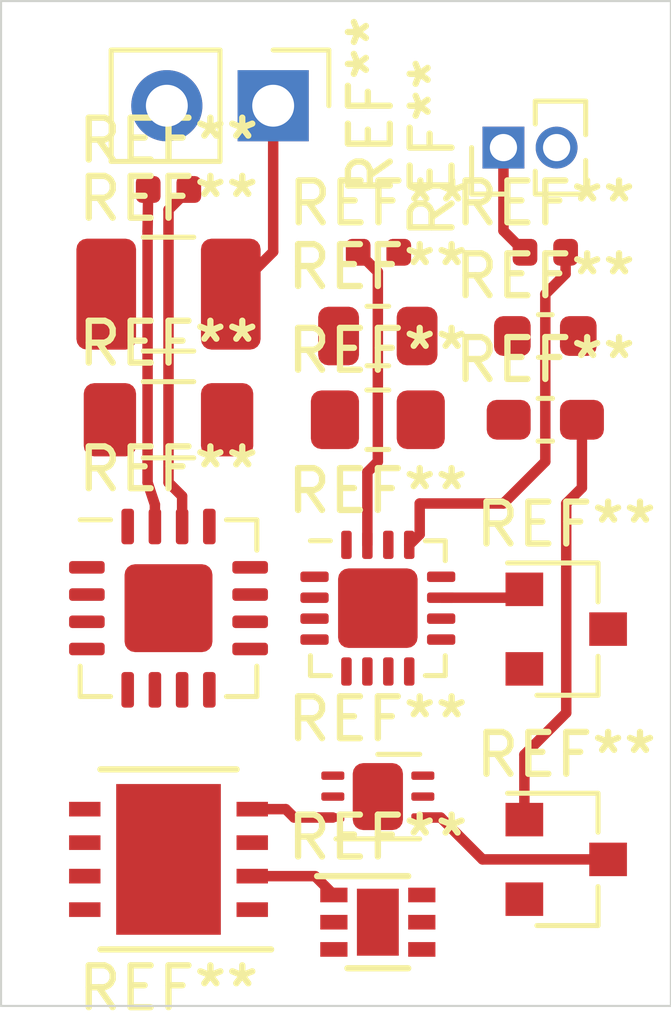
<source format=kicad_pcb>
(kicad_pcb (version 20171130) (host pcbnew 5.1.0)

  (general
    (thickness 1.6)
    (drawings 4)
    (tracks 38)
    (zones 0)
    (modules 18)
    (nets 1)
  )

  (page A4)
  (layers
    (0 F.Cu signal)
    (31 B.Cu signal)
    (32 B.Adhes user)
    (33 F.Adhes user)
    (34 B.Paste user)
    (35 F.Paste user)
    (36 B.SilkS user)
    (37 F.SilkS user)
    (38 B.Mask user)
    (39 F.Mask user)
    (40 Dwgs.User user)
    (41 Cmts.User user)
    (42 Eco1.User user)
    (43 Eco2.User user)
    (44 Edge.Cuts user)
    (45 Margin user)
    (46 B.CrtYd user)
    (47 F.CrtYd user)
    (48 B.Fab user)
    (49 F.Fab user hide)
  )

  (setup
    (last_trace_width 0.25)
    (trace_clearance 0.2)
    (zone_clearance 0.508)
    (zone_45_only no)
    (trace_min 0.2)
    (via_size 0.8)
    (via_drill 0.4)
    (via_min_size 0.4)
    (via_min_drill 0.3)
    (uvia_size 0.3)
    (uvia_drill 0.1)
    (uvias_allowed no)
    (uvia_min_size 0.2)
    (uvia_min_drill 0.1)
    (edge_width 0.05)
    (segment_width 0.2)
    (pcb_text_width 0.3)
    (pcb_text_size 1.5 1.5)
    (mod_edge_width 0.12)
    (mod_text_size 1 1)
    (mod_text_width 0.15)
    (pad_size 1.524 1.524)
    (pad_drill 0.762)
    (pad_to_mask_clearance 0.051)
    (solder_mask_min_width 0.25)
    (aux_axis_origin 0 0)
    (grid_origin 34 59)
    (visible_elements FFFFFF7F)
    (pcbplotparams
      (layerselection 0x010fc_ffffffff)
      (usegerberextensions false)
      (usegerberattributes false)
      (usegerberadvancedattributes false)
      (creategerberjobfile false)
      (excludeedgelayer true)
      (linewidth 0.100000)
      (plotframeref false)
      (viasonmask false)
      (mode 1)
      (useauxorigin false)
      (hpglpennumber 1)
      (hpglpenspeed 20)
      (hpglpendiameter 15.000000)
      (psnegative false)
      (psa4output false)
      (plotreference true)
      (plotvalue true)
      (plotinvisibletext false)
      (padsonsilk false)
      (subtractmaskfromsilk false)
      (outputformat 3)
      (mirror false)
      (drillshape 0)
      (scaleselection 1)
      (outputdirectory "out"))
  )

  (net 0 "")

  (net_class Default "This is the default net class."
    (clearance 0.2)
    (trace_width 0.25)
    (via_dia 0.8)
    (via_drill 0.4)
    (uvia_dia 0.3)
    (uvia_drill 0.1)
  )

  (module Package_TO_SOT_SMD:SOT-23 (layer F.Cu) (tedit 5A02FF57) (tstamp 5CB1B7A3)
    (at 47.5 55.5)
    (descr "SOT-23, Standard")
    (tags SOT-23)
    (attr smd)
    (fp_text reference REF** (at 0 -2.5) (layer F.SilkS)
      (effects (font (size 1 1) (thickness 0.15)))
    )
    (fp_text value SOT-23 (at 0 2.5) (layer F.Fab)
      (effects (font (size 1 1) (thickness 0.15)))
    )
    (fp_text user %R (at 0 0 90) (layer F.Fab)
      (effects (font (size 0.5 0.5) (thickness 0.075)))
    )
    (fp_line (start -0.7 -0.95) (end -0.7 1.5) (layer F.Fab) (width 0.1))
    (fp_line (start -0.15 -1.52) (end 0.7 -1.52) (layer F.Fab) (width 0.1))
    (fp_line (start -0.7 -0.95) (end -0.15 -1.52) (layer F.Fab) (width 0.1))
    (fp_line (start 0.7 -1.52) (end 0.7 1.52) (layer F.Fab) (width 0.1))
    (fp_line (start -0.7 1.52) (end 0.7 1.52) (layer F.Fab) (width 0.1))
    (fp_line (start 0.76 1.58) (end 0.76 0.65) (layer F.SilkS) (width 0.12))
    (fp_line (start 0.76 -1.58) (end 0.76 -0.65) (layer F.SilkS) (width 0.12))
    (fp_line (start -1.7 -1.75) (end 1.7 -1.75) (layer F.CrtYd) (width 0.05))
    (fp_line (start 1.7 -1.75) (end 1.7 1.75) (layer F.CrtYd) (width 0.05))
    (fp_line (start 1.7 1.75) (end -1.7 1.75) (layer F.CrtYd) (width 0.05))
    (fp_line (start -1.7 1.75) (end -1.7 -1.75) (layer F.CrtYd) (width 0.05))
    (fp_line (start 0.76 -1.58) (end -1.4 -1.58) (layer F.SilkS) (width 0.12))
    (fp_line (start 0.76 1.58) (end -0.7 1.58) (layer F.SilkS) (width 0.12))
    (pad 1 smd rect (at -1 -0.95) (size 0.9 0.8) (layers F.Cu F.Paste F.Mask))
    (pad 2 smd rect (at -1 0.95) (size 0.9 0.8) (layers F.Cu F.Paste F.Mask))
    (pad 3 smd rect (at 1 0) (size 0.9 0.8) (layers F.Cu F.Paste F.Mask))
    (model ${KISYS3DMOD}/Package_TO_SOT_SMD.3dshapes/SOT-23.wrl
      (at (xyz 0 0 0))
      (scale (xyz 1 1 1))
      (rotate (xyz 0 0 0))
    )
  )

  (module Capacitor_SMD:C_0402_1005Metric (layer F.Cu) (tedit 5B301BBE) (tstamp 5CB1B768)
    (at 38 39.5)
    (descr "Capacitor SMD 0402 (1005 Metric), square (rectangular) end terminal, IPC_7351 nominal, (Body size source: http://www.tortai-tech.com/upload/download/2011102023233369053.pdf), generated with kicad-footprint-generator")
    (tags capacitor)
    (attr smd)
    (fp_text reference REF** (at 0 -1.17) (layer F.SilkS)
      (effects (font (size 1 1) (thickness 0.15)))
    )
    (fp_text value C_0402_1005Metric (at 0 1.17) (layer F.Fab)
      (effects (font (size 1 1) (thickness 0.15)))
    )
    (fp_text user %R (at 0 0) (layer F.Fab)
      (effects (font (size 0.25 0.25) (thickness 0.04)))
    )
    (fp_line (start 0.93 0.47) (end -0.93 0.47) (layer F.CrtYd) (width 0.05))
    (fp_line (start 0.93 -0.47) (end 0.93 0.47) (layer F.CrtYd) (width 0.05))
    (fp_line (start -0.93 -0.47) (end 0.93 -0.47) (layer F.CrtYd) (width 0.05))
    (fp_line (start -0.93 0.47) (end -0.93 -0.47) (layer F.CrtYd) (width 0.05))
    (fp_line (start 0.5 0.25) (end -0.5 0.25) (layer F.Fab) (width 0.1))
    (fp_line (start 0.5 -0.25) (end 0.5 0.25) (layer F.Fab) (width 0.1))
    (fp_line (start -0.5 -0.25) (end 0.5 -0.25) (layer F.Fab) (width 0.1))
    (fp_line (start -0.5 0.25) (end -0.5 -0.25) (layer F.Fab) (width 0.1))
    (pad 2 smd roundrect (at 0.485 0) (size 0.59 0.64) (layers F.Cu F.Paste F.Mask) (roundrect_rratio 0.25))
    (pad 1 smd roundrect (at -0.485 0) (size 0.59 0.64) (layers F.Cu F.Paste F.Mask) (roundrect_rratio 0.25))
    (model ${KISYS3DMOD}/Capacitor_SMD.3dshapes/C_0402_1005Metric.wrl
      (at (xyz 0 0 0))
      (scale (xyz 1 1 1))
      (rotate (xyz 0 0 0))
    )
  )

  (module Capacitor_SMD:C_0402_1005Metric (layer F.Cu) (tedit 5B301BBE) (tstamp 5CB1B74C)
    (at 43.015 41)
    (descr "Capacitor SMD 0402 (1005 Metric), square (rectangular) end terminal, IPC_7351 nominal, (Body size source: http://www.tortai-tech.com/upload/download/2011102023233369053.pdf), generated with kicad-footprint-generator")
    (tags capacitor)
    (attr smd)
    (fp_text reference REF** (at 0 -1.17) (layer F.SilkS)
      (effects (font (size 1 1) (thickness 0.15)))
    )
    (fp_text value C_0402_1005Metric (at 0 1.17) (layer F.Fab)
      (effects (font (size 1 1) (thickness 0.15)))
    )
    (fp_line (start -0.5 0.25) (end -0.5 -0.25) (layer F.Fab) (width 0.1))
    (fp_line (start -0.5 -0.25) (end 0.5 -0.25) (layer F.Fab) (width 0.1))
    (fp_line (start 0.5 -0.25) (end 0.5 0.25) (layer F.Fab) (width 0.1))
    (fp_line (start 0.5 0.25) (end -0.5 0.25) (layer F.Fab) (width 0.1))
    (fp_line (start -0.93 0.47) (end -0.93 -0.47) (layer F.CrtYd) (width 0.05))
    (fp_line (start -0.93 -0.47) (end 0.93 -0.47) (layer F.CrtYd) (width 0.05))
    (fp_line (start 0.93 -0.47) (end 0.93 0.47) (layer F.CrtYd) (width 0.05))
    (fp_line (start 0.93 0.47) (end -0.93 0.47) (layer F.CrtYd) (width 0.05))
    (fp_text user %R (at 0 0) (layer F.Fab)
      (effects (font (size 0.25 0.25) (thickness 0.04)))
    )
    (pad 1 smd roundrect (at -0.485 0) (size 0.59 0.64) (layers F.Cu F.Paste F.Mask) (roundrect_rratio 0.25))
    (pad 2 smd roundrect (at 0.485 0) (size 0.59 0.64) (layers F.Cu F.Paste F.Mask) (roundrect_rratio 0.25))
    (model ${KISYS3DMOD}/Capacitor_SMD.3dshapes/C_0402_1005Metric.wrl
      (at (xyz 0 0 0))
      (scale (xyz 1 1 1))
      (rotate (xyz 0 0 0))
    )
  )

  (module Connector_PinHeader_1.27mm:PinHeader_1x02_P1.27mm_Vertical (layer F.Cu) (tedit 59FED6E3) (tstamp 5CADC2C5)
    (at 46 38.5 90)
    (descr "Through hole straight pin header, 1x02, 1.27mm pitch, single row")
    (tags "Through hole pin header THT 1x02 1.27mm single row")
    (fp_text reference REF** (at 0 -1.695 90) (layer F.SilkS)
      (effects (font (size 1 1) (thickness 0.15)))
    )
    (fp_text value PinHeader_1x02_P1.27mm_Vertical (at 0 2.965 90) (layer F.Fab)
      (effects (font (size 1 1) (thickness 0.15)))
    )
    (fp_text user %R (at 0 0.635 180) (layer F.Fab)
      (effects (font (size 1 1) (thickness 0.15)))
    )
    (fp_line (start 1.55 -1.15) (end -1.55 -1.15) (layer F.CrtYd) (width 0.05))
    (fp_line (start 1.55 2.45) (end 1.55 -1.15) (layer F.CrtYd) (width 0.05))
    (fp_line (start -1.55 2.45) (end 1.55 2.45) (layer F.CrtYd) (width 0.05))
    (fp_line (start -1.55 -1.15) (end -1.55 2.45) (layer F.CrtYd) (width 0.05))
    (fp_line (start -1.11 -0.76) (end 0 -0.76) (layer F.SilkS) (width 0.12))
    (fp_line (start -1.11 0) (end -1.11 -0.76) (layer F.SilkS) (width 0.12))
    (fp_line (start 0.563471 0.76) (end 1.11 0.76) (layer F.SilkS) (width 0.12))
    (fp_line (start -1.11 0.76) (end -0.563471 0.76) (layer F.SilkS) (width 0.12))
    (fp_line (start 1.11 0.76) (end 1.11 1.965) (layer F.SilkS) (width 0.12))
    (fp_line (start -1.11 0.76) (end -1.11 1.965) (layer F.SilkS) (width 0.12))
    (fp_line (start 0.30753 1.965) (end 1.11 1.965) (layer F.SilkS) (width 0.12))
    (fp_line (start -1.11 1.965) (end -0.30753 1.965) (layer F.SilkS) (width 0.12))
    (fp_line (start -1.05 -0.11) (end -0.525 -0.635) (layer F.Fab) (width 0.1))
    (fp_line (start -1.05 1.905) (end -1.05 -0.11) (layer F.Fab) (width 0.1))
    (fp_line (start 1.05 1.905) (end -1.05 1.905) (layer F.Fab) (width 0.1))
    (fp_line (start 1.05 -0.635) (end 1.05 1.905) (layer F.Fab) (width 0.1))
    (fp_line (start -0.525 -0.635) (end 1.05 -0.635) (layer F.Fab) (width 0.1))
    (pad 2 thru_hole oval (at 0 1.27 90) (size 1 1) (drill 0.65) (layers *.Cu *.Mask))
    (pad 1 thru_hole rect (at 0 0 90) (size 1 1) (drill 0.65) (layers *.Cu *.Mask))
    (model ${KISYS3DMOD}/Connector_PinHeader_1.27mm.3dshapes/PinHeader_1x02_P1.27mm_Vertical.wrl
      (at (xyz 0 0 0))
      (scale (xyz 1 1 1))
      (rotate (xyz 0 0 0))
    )
  )

  (module Package_DFN_QFN:DFN-6-1EP_2x2mm_P0.65mm_EP1x1.6mm (layer F.Cu) (tedit 5A64E13E) (tstamp 5CADC30B)
    (at 43 57)
    (descr "6-Lead Plastic Dual Flat, No Lead Package (MA) - 2x2x0.9 mm Body [DFN] (see Microchip Packaging Specification 00000049BS.pdf)")
    (tags "DFN 0.65")
    (attr smd)
    (fp_text reference REF** (at 0 -2.025) (layer F.SilkS)
      (effects (font (size 1 1) (thickness 0.15)))
    )
    (fp_text value DFN-6-1EP_2x2mm_P0.65mm_EP1x1.6mm (at 0 2.025) (layer F.Fab)
      (effects (font (size 1 1) (thickness 0.15)))
    )
    (fp_line (start -1.45 -1.1) (end 0.725 -1.1) (layer F.SilkS) (width 0.15))
    (fp_line (start -0.725 1.1) (end 0.725 1.1) (layer F.SilkS) (width 0.15))
    (fp_line (start -1.65 1.25) (end 1.65 1.25) (layer F.CrtYd) (width 0.05))
    (fp_line (start -1.65 -1.25) (end 1.65 -1.25) (layer F.CrtYd) (width 0.05))
    (fp_line (start 1.65 -1.25) (end 1.65 1.25) (layer F.CrtYd) (width 0.05))
    (fp_line (start -1.65 -1.25) (end -1.65 1.25) (layer F.CrtYd) (width 0.05))
    (fp_line (start -1 0) (end 0 -1) (layer F.Fab) (width 0.15))
    (fp_line (start -1 1) (end -1 0) (layer F.Fab) (width 0.15))
    (fp_line (start 1 1) (end -1 1) (layer F.Fab) (width 0.15))
    (fp_line (start 1 -1) (end 1 1) (layer F.Fab) (width 0.15))
    (fp_line (start 0 -1) (end 1 -1) (layer F.Fab) (width 0.15))
    (fp_text user %R (at 0 0) (layer F.Fab)
      (effects (font (size 0.5 0.5) (thickness 0.075)))
    )
    (pad "" smd rect (at 0 0.4) (size 0.82 0.63) (layers F.Paste))
    (pad "" smd rect (at 0 -0.4) (size 0.82 0.63) (layers F.Paste))
    (pad 7 smd rect (at 0 0) (size 1 1.6) (layers F.Cu F.Mask))
    (pad 6 smd rect (at 1.05 -0.65) (size 0.65 0.35) (layers F.Cu F.Paste F.Mask))
    (pad 5 smd rect (at 1.05 0) (size 0.65 0.35) (layers F.Cu F.Paste F.Mask))
    (pad 4 smd rect (at 1.05 0.65) (size 0.65 0.35) (layers F.Cu F.Paste F.Mask))
    (pad 3 smd rect (at -1.05 0.65) (size 0.65 0.35) (layers F.Cu F.Paste F.Mask))
    (pad 2 smd rect (at -1.05 0) (size 0.65 0.35) (layers F.Cu F.Paste F.Mask))
    (pad 1 smd rect (at -1.05 -0.65) (size 0.65 0.35) (layers F.Cu F.Paste F.Mask))
    (model ${KISYS3DMOD}/Package_DFN_QFN.3dshapes/DFN-6-1EP_2x2mm_P0.65mm_EP1x1.6mm.wrl
      (at (xyz 0 0 0))
      (scale (xyz 1 1 1))
      (rotate (xyz 0 0 0))
    )
  )

  (module Package_DFN_QFN:DFN-6-1EP_2x1.8mm_P0.5mm_EP1.2x1.6mm (layer F.Cu) (tedit 5B5AED80) (tstamp 5CADC3E8)
    (at 43 54)
    (descr "DFN, 6 Pin (https://www.diodes.com/assets/Package-Files/U-DFN2018-6.pdf), generated with kicad-footprint-generator ipc_dfn_qfn_generator.py")
    (tags "DFN DFN_QFN")
    (attr smd)
    (fp_text reference REF** (at 0 -1.85) (layer F.SilkS)
      (effects (font (size 1 1) (thickness 0.15)))
    )
    (fp_text value DFN-6-1EP_2x1.8mm_P0.5mm_EP1.2x1.6mm (at 0 1.85) (layer F.Fab)
      (effects (font (size 1 1) (thickness 0.15)))
    )
    (fp_text user %R (at 0 0) (layer F.Fab)
      (effects (font (size 0.5 0.5) (thickness 0.08)))
    )
    (fp_line (start 1.6 -1.15) (end -1.6 -1.15) (layer F.CrtYd) (width 0.05))
    (fp_line (start 1.6 1.15) (end 1.6 -1.15) (layer F.CrtYd) (width 0.05))
    (fp_line (start -1.6 1.15) (end 1.6 1.15) (layer F.CrtYd) (width 0.05))
    (fp_line (start -1.6 -1.15) (end -1.6 1.15) (layer F.CrtYd) (width 0.05))
    (fp_line (start -1 -0.4) (end -0.5 -0.9) (layer F.Fab) (width 0.1))
    (fp_line (start -1 0.9) (end -1 -0.4) (layer F.Fab) (width 0.1))
    (fp_line (start 1 0.9) (end -1 0.9) (layer F.Fab) (width 0.1))
    (fp_line (start 1 -0.9) (end 1 0.9) (layer F.Fab) (width 0.1))
    (fp_line (start -0.5 -0.9) (end 1 -0.9) (layer F.Fab) (width 0.1))
    (fp_line (start -1 1.01) (end 1 1.01) (layer F.SilkS) (width 0.12))
    (fp_line (start 0 -1.01) (end 1 -1.01) (layer F.SilkS) (width 0.12))
    (pad 6 smd roundrect (at 1.075 -0.5) (size 0.55 0.2) (layers F.Cu F.Paste F.Mask) (roundrect_rratio 0.25))
    (pad 5 smd roundrect (at 1.075 0) (size 0.55 0.2) (layers F.Cu F.Paste F.Mask) (roundrect_rratio 0.25))
    (pad 4 smd roundrect (at 1.075 0.5) (size 0.55 0.2) (layers F.Cu F.Paste F.Mask) (roundrect_rratio 0.25))
    (pad 3 smd roundrect (at -1.075 0.5) (size 0.55 0.2) (layers F.Cu F.Paste F.Mask) (roundrect_rratio 0.25))
    (pad 2 smd roundrect (at -1.075 0) (size 0.55 0.2) (layers F.Cu F.Paste F.Mask) (roundrect_rratio 0.25))
    (pad 1 smd roundrect (at -1.075 -0.5) (size 0.55 0.2) (layers F.Cu F.Paste F.Mask) (roundrect_rratio 0.25))
    (pad "" smd roundrect (at 0.3 0.4) (size 0.48 0.64) (layers F.Paste) (roundrect_rratio 0.25))
    (pad "" smd roundrect (at 0.3 -0.4) (size 0.48 0.64) (layers F.Paste) (roundrect_rratio 0.25))
    (pad "" smd roundrect (at -0.3 0.4) (size 0.48 0.64) (layers F.Paste) (roundrect_rratio 0.25))
    (pad "" smd roundrect (at -0.3 -0.4) (size 0.48 0.64) (layers F.Paste) (roundrect_rratio 0.25))
    (pad 7 smd roundrect (at 0 0) (size 1.2 1.6) (layers F.Cu F.Mask) (roundrect_rratio 0.208333))
    (model ${KISYS3DMOD}/Package_DFN_QFN.3dshapes/DFN-6-1EP_2x1.8mm_P0.5mm_EP1.2x1.6mm.wrl
      (at (xyz 0 0 0))
      (scale (xyz 1 1 1))
      (rotate (xyz 0 0 0))
    )
  )

  (module Package_DFN_QFN:DFN-8-1EP_4x4mm_P0.8mm_EP2.5x3.6mm (layer F.Cu) (tedit 5A64EB23) (tstamp 5CADC46A)
    (at 38 55.5 180)
    (descr "8-Lead Plastic Dual Flat, No Lead Package (MD) - 4x4x0.9 mm Body [DFN] (see Microchip Packaging Specification 00000049BS.pdf)")
    (tags "DFN 0.8")
    (attr smd)
    (fp_text reference REF** (at 0 -3.075 180) (layer F.SilkS)
      (effects (font (size 1 1) (thickness 0.15)))
    )
    (fp_text value DFN-8-1EP_4x4mm_P0.8mm_EP2.5x3.6mm (at 0 3.075 180) (layer F.Fab)
      (effects (font (size 1 1) (thickness 0.15)))
    )
    (fp_text user %R (at 0 0 180) (layer F.Fab)
      (effects (font (size 1 1) (thickness 0.15)))
    )
    (fp_line (start -1 -2) (end 2 -2) (layer F.Fab) (width 0.15))
    (fp_line (start 2 -2) (end 2 2) (layer F.Fab) (width 0.15))
    (fp_line (start 2 2) (end -2 2) (layer F.Fab) (width 0.15))
    (fp_line (start -2 2) (end -2 -1) (layer F.Fab) (width 0.15))
    (fp_line (start -2 -1) (end -1 -2) (layer F.Fab) (width 0.15))
    (fp_line (start -2.65 -2.35) (end -2.65 2.35) (layer F.CrtYd) (width 0.05))
    (fp_line (start 2.65 -2.35) (end 2.65 2.35) (layer F.CrtYd) (width 0.05))
    (fp_line (start -2.65 -2.35) (end 2.65 -2.35) (layer F.CrtYd) (width 0.05))
    (fp_line (start -2.65 2.35) (end 2.65 2.35) (layer F.CrtYd) (width 0.05))
    (fp_line (start -1.625 2.15) (end 1.625 2.15) (layer F.SilkS) (width 0.15))
    (fp_line (start -2.45 -2.15) (end 1.625 -2.15) (layer F.SilkS) (width 0.15))
    (pad 1 smd rect (at -2 -1.2 180) (size 0.75 0.35) (layers F.Cu F.Paste F.Mask))
    (pad 2 smd rect (at -2 -0.4 180) (size 0.75 0.35) (layers F.Cu F.Paste F.Mask))
    (pad 3 smd rect (at -2 0.4 180) (size 0.75 0.35) (layers F.Cu F.Paste F.Mask))
    (pad 4 smd rect (at -2 1.2 180) (size 0.75 0.35) (layers F.Cu F.Paste F.Mask))
    (pad 5 smd rect (at 2 1.2 180) (size 0.75 0.35) (layers F.Cu F.Paste F.Mask))
    (pad 6 smd rect (at 2 0.4 180) (size 0.75 0.35) (layers F.Cu F.Paste F.Mask))
    (pad 7 smd rect (at 2 -0.4 180) (size 0.75 0.35) (layers F.Cu F.Paste F.Mask))
    (pad 8 smd rect (at 2 -1.2 180) (size 0.75 0.35) (layers F.Cu F.Paste F.Mask))
    (pad "" smd rect (at -0.625 -1.2 180) (size 1 1) (layers F.Paste))
    (pad 9 smd rect (at 0 0 180) (size 2.5 3.6) (layers F.Cu F.Mask))
    (pad "" smd rect (at 0.625 -1.2 180) (size 1 1) (layers F.Paste))
    (pad "" smd rect (at 0.625 0 180) (size 1 1) (layers F.Paste))
    (pad "" smd rect (at -0.625 0 180) (size 1 1) (layers F.Paste))
    (pad "" smd rect (at 0.625 1.2 180) (size 1 1) (layers F.Paste))
    (pad "" smd rect (at -0.625 1.2 180) (size 1 1) (layers F.Paste))
    (model ${KISYS3DMOD}/Package_DFN_QFN.3dshapes/DFN-8-1EP_4x4mm_P0.8mm_EP2.5x3.6mm.wrl
      (at (xyz 0 0 0))
      (scale (xyz 1 1 1))
      (rotate (xyz 0 0 0))
    )
  )

  (module Package_DFN_QFN:QFN-16-1EP_3x3mm_P0.5mm_EP1.9x1.9mm (layer F.Cu) (tedit 5C1D3A87) (tstamp 5CADC52F)
    (at 43 49.5)
    (descr "QFN, 16 Pin (https://www.nxp.com/docs/en/package-information/98ASA00525D.pdf), generated with kicad-footprint-generator ipc_dfn_qfn_generator.py")
    (tags "QFN DFN_QFN")
    (attr smd)
    (fp_text reference REF** (at 0 -2.8) (layer F.SilkS)
      (effects (font (size 1 1) (thickness 0.15)))
    )
    (fp_text value QFN-16-1EP_3x3mm_P0.5mm_EP1.9x1.9mm (at 0 2.8) (layer F.Fab)
      (effects (font (size 1 1) (thickness 0.15)))
    )
    (fp_text user %R (at 0 0) (layer F.Fab)
      (effects (font (size 0.75 0.75) (thickness 0.11)))
    )
    (fp_line (start 2.1 -2.1) (end -2.1 -2.1) (layer F.CrtYd) (width 0.05))
    (fp_line (start 2.1 2.1) (end 2.1 -2.1) (layer F.CrtYd) (width 0.05))
    (fp_line (start -2.1 2.1) (end 2.1 2.1) (layer F.CrtYd) (width 0.05))
    (fp_line (start -2.1 -2.1) (end -2.1 2.1) (layer F.CrtYd) (width 0.05))
    (fp_line (start -1.5 -0.75) (end -0.75 -1.5) (layer F.Fab) (width 0.1))
    (fp_line (start -1.5 1.5) (end -1.5 -0.75) (layer F.Fab) (width 0.1))
    (fp_line (start 1.5 1.5) (end -1.5 1.5) (layer F.Fab) (width 0.1))
    (fp_line (start 1.5 -1.5) (end 1.5 1.5) (layer F.Fab) (width 0.1))
    (fp_line (start -0.75 -1.5) (end 1.5 -1.5) (layer F.Fab) (width 0.1))
    (fp_line (start -1.135 -1.61) (end -1.61 -1.61) (layer F.SilkS) (width 0.12))
    (fp_line (start 1.61 1.61) (end 1.61 1.135) (layer F.SilkS) (width 0.12))
    (fp_line (start 1.135 1.61) (end 1.61 1.61) (layer F.SilkS) (width 0.12))
    (fp_line (start -1.61 1.61) (end -1.61 1.135) (layer F.SilkS) (width 0.12))
    (fp_line (start -1.135 1.61) (end -1.61 1.61) (layer F.SilkS) (width 0.12))
    (fp_line (start 1.61 -1.61) (end 1.61 -1.135) (layer F.SilkS) (width 0.12))
    (fp_line (start 1.135 -1.61) (end 1.61 -1.61) (layer F.SilkS) (width 0.12))
    (pad 16 smd roundrect (at -0.75 -1.5125) (size 0.25 0.675) (layers F.Cu F.Paste F.Mask) (roundrect_rratio 0.25))
    (pad 15 smd roundrect (at -0.25 -1.5125) (size 0.25 0.675) (layers F.Cu F.Paste F.Mask) (roundrect_rratio 0.25))
    (pad 14 smd roundrect (at 0.25 -1.5125) (size 0.25 0.675) (layers F.Cu F.Paste F.Mask) (roundrect_rratio 0.25))
    (pad 13 smd roundrect (at 0.75 -1.5125) (size 0.25 0.675) (layers F.Cu F.Paste F.Mask) (roundrect_rratio 0.25))
    (pad 12 smd roundrect (at 1.5125 -0.75) (size 0.675 0.25) (layers F.Cu F.Paste F.Mask) (roundrect_rratio 0.25))
    (pad 11 smd roundrect (at 1.5125 -0.25) (size 0.675 0.25) (layers F.Cu F.Paste F.Mask) (roundrect_rratio 0.25))
    (pad 10 smd roundrect (at 1.5125 0.25) (size 0.675 0.25) (layers F.Cu F.Paste F.Mask) (roundrect_rratio 0.25))
    (pad 9 smd roundrect (at 1.5125 0.75) (size 0.675 0.25) (layers F.Cu F.Paste F.Mask) (roundrect_rratio 0.25))
    (pad 8 smd roundrect (at 0.75 1.5125) (size 0.25 0.675) (layers F.Cu F.Paste F.Mask) (roundrect_rratio 0.25))
    (pad 7 smd roundrect (at 0.25 1.5125) (size 0.25 0.675) (layers F.Cu F.Paste F.Mask) (roundrect_rratio 0.25))
    (pad 6 smd roundrect (at -0.25 1.5125) (size 0.25 0.675) (layers F.Cu F.Paste F.Mask) (roundrect_rratio 0.25))
    (pad 5 smd roundrect (at -0.75 1.5125) (size 0.25 0.675) (layers F.Cu F.Paste F.Mask) (roundrect_rratio 0.25))
    (pad 4 smd roundrect (at -1.5125 0.75) (size 0.675 0.25) (layers F.Cu F.Paste F.Mask) (roundrect_rratio 0.25))
    (pad 3 smd roundrect (at -1.5125 0.25) (size 0.675 0.25) (layers F.Cu F.Paste F.Mask) (roundrect_rratio 0.25))
    (pad 2 smd roundrect (at -1.5125 -0.25) (size 0.675 0.25) (layers F.Cu F.Paste F.Mask) (roundrect_rratio 0.25))
    (pad 1 smd roundrect (at -1.5125 -0.75) (size 0.675 0.25) (layers F.Cu F.Paste F.Mask) (roundrect_rratio 0.25))
    (pad "" smd roundrect (at 0.475 0.475) (size 0.77 0.77) (layers F.Paste) (roundrect_rratio 0.25))
    (pad "" smd roundrect (at 0.475 -0.475) (size 0.77 0.77) (layers F.Paste) (roundrect_rratio 0.25))
    (pad "" smd roundrect (at -0.475 0.475) (size 0.77 0.77) (layers F.Paste) (roundrect_rratio 0.25))
    (pad "" smd roundrect (at -0.475 -0.475) (size 0.77 0.77) (layers F.Paste) (roundrect_rratio 0.25))
    (pad 17 smd roundrect (at 0 0) (size 1.9 1.9) (layers F.Cu F.Mask) (roundrect_rratio 0.131579))
    (model ${KISYS3DMOD}/Package_DFN_QFN.3dshapes/QFN-16-1EP_3x3mm_P0.5mm_EP1.9x1.9mm.wrl
      (at (xyz 0 0 0))
      (scale (xyz 1 1 1))
      (rotate (xyz 0 0 0))
    )
  )

  (module Package_DFN_QFN:QFN-16-1EP_4x4mm_P0.65mm_EP2.1x2.1mm (layer F.Cu) (tedit 5BA3C3DC) (tstamp 5CADC670)
    (at 38 49.5)
    (descr "QFN, 16 Pin (http://www.thatcorp.com/datashts/THAT_1580_Datasheet.pdf), generated with kicad-footprint-generator ipc_dfn_qfn_generator.py")
    (tags "QFN DFN_QFN")
    (attr smd)
    (fp_text reference REF** (at 0 -3.32) (layer F.SilkS)
      (effects (font (size 1 1) (thickness 0.15)))
    )
    (fp_text value QFN-16-1EP_4x4mm_P0.65mm_EP2.1x2.1mm (at 0 3.32) (layer F.Fab)
      (effects (font (size 1 1) (thickness 0.15)))
    )
    (fp_text user %R (at 0 0) (layer F.Fab)
      (effects (font (size 1 1) (thickness 0.15)))
    )
    (fp_line (start 2.62 -2.62) (end -2.62 -2.62) (layer F.CrtYd) (width 0.05))
    (fp_line (start 2.62 2.62) (end 2.62 -2.62) (layer F.CrtYd) (width 0.05))
    (fp_line (start -2.62 2.62) (end 2.62 2.62) (layer F.CrtYd) (width 0.05))
    (fp_line (start -2.62 -2.62) (end -2.62 2.62) (layer F.CrtYd) (width 0.05))
    (fp_line (start -2 -1) (end -1 -2) (layer F.Fab) (width 0.1))
    (fp_line (start -2 2) (end -2 -1) (layer F.Fab) (width 0.1))
    (fp_line (start 2 2) (end -2 2) (layer F.Fab) (width 0.1))
    (fp_line (start 2 -2) (end 2 2) (layer F.Fab) (width 0.1))
    (fp_line (start -1 -2) (end 2 -2) (layer F.Fab) (width 0.1))
    (fp_line (start -1.385 -2.11) (end -2.11 -2.11) (layer F.SilkS) (width 0.12))
    (fp_line (start 2.11 2.11) (end 2.11 1.385) (layer F.SilkS) (width 0.12))
    (fp_line (start 1.385 2.11) (end 2.11 2.11) (layer F.SilkS) (width 0.12))
    (fp_line (start -2.11 2.11) (end -2.11 1.385) (layer F.SilkS) (width 0.12))
    (fp_line (start -1.385 2.11) (end -2.11 2.11) (layer F.SilkS) (width 0.12))
    (fp_line (start 2.11 -2.11) (end 2.11 -1.385) (layer F.SilkS) (width 0.12))
    (fp_line (start 1.385 -2.11) (end 2.11 -2.11) (layer F.SilkS) (width 0.12))
    (pad 16 smd roundrect (at -0.975 -1.95) (size 0.3 0.85) (layers F.Cu F.Paste F.Mask) (roundrect_rratio 0.25))
    (pad 15 smd roundrect (at -0.325 -1.95) (size 0.3 0.85) (layers F.Cu F.Paste F.Mask) (roundrect_rratio 0.25))
    (pad 14 smd roundrect (at 0.325 -1.95) (size 0.3 0.85) (layers F.Cu F.Paste F.Mask) (roundrect_rratio 0.25))
    (pad 13 smd roundrect (at 0.975 -1.95) (size 0.3 0.85) (layers F.Cu F.Paste F.Mask) (roundrect_rratio 0.25))
    (pad 12 smd roundrect (at 1.95 -0.975) (size 0.85 0.3) (layers F.Cu F.Paste F.Mask) (roundrect_rratio 0.25))
    (pad 11 smd roundrect (at 1.95 -0.325) (size 0.85 0.3) (layers F.Cu F.Paste F.Mask) (roundrect_rratio 0.25))
    (pad 10 smd roundrect (at 1.95 0.325) (size 0.85 0.3) (layers F.Cu F.Paste F.Mask) (roundrect_rratio 0.25))
    (pad 9 smd roundrect (at 1.95 0.975) (size 0.85 0.3) (layers F.Cu F.Paste F.Mask) (roundrect_rratio 0.25))
    (pad 8 smd roundrect (at 0.975 1.95) (size 0.3 0.85) (layers F.Cu F.Paste F.Mask) (roundrect_rratio 0.25))
    (pad 7 smd roundrect (at 0.325 1.95) (size 0.3 0.85) (layers F.Cu F.Paste F.Mask) (roundrect_rratio 0.25))
    (pad 6 smd roundrect (at -0.325 1.95) (size 0.3 0.85) (layers F.Cu F.Paste F.Mask) (roundrect_rratio 0.25))
    (pad 5 smd roundrect (at -0.975 1.95) (size 0.3 0.85) (layers F.Cu F.Paste F.Mask) (roundrect_rratio 0.25))
    (pad 4 smd roundrect (at -1.95 0.975) (size 0.85 0.3) (layers F.Cu F.Paste F.Mask) (roundrect_rratio 0.25))
    (pad 3 smd roundrect (at -1.95 0.325) (size 0.85 0.3) (layers F.Cu F.Paste F.Mask) (roundrect_rratio 0.25))
    (pad 2 smd roundrect (at -1.95 -0.325) (size 0.85 0.3) (layers F.Cu F.Paste F.Mask) (roundrect_rratio 0.25))
    (pad 1 smd roundrect (at -1.95 -0.975) (size 0.85 0.3) (layers F.Cu F.Paste F.Mask) (roundrect_rratio 0.25))
    (pad "" smd roundrect (at 0.525 0.525) (size 0.85 0.85) (layers F.Paste) (roundrect_rratio 0.25))
    (pad "" smd roundrect (at 0.525 -0.525) (size 0.85 0.85) (layers F.Paste) (roundrect_rratio 0.25))
    (pad "" smd roundrect (at -0.525 0.525) (size 0.85 0.85) (layers F.Paste) (roundrect_rratio 0.25))
    (pad "" smd roundrect (at -0.525 -0.525) (size 0.85 0.85) (layers F.Paste) (roundrect_rratio 0.25))
    (pad 17 smd roundrect (at 0 0) (size 2.1 2.1) (layers F.Cu F.Mask) (roundrect_rratio 0.119048))
    (model ${KISYS3DMOD}/Package_DFN_QFN.3dshapes/QFN-16-1EP_4x4mm_P0.65mm_EP2.1x2.1mm.wrl
      (at (xyz 0 0 0))
      (scale (xyz 1 1 1))
      (rotate (xyz 0 0 0))
    )
  )

  (module Capacitor_SMD:C_1210_3225Metric_Pad1.42x2.65mm_HandSolder (layer F.Cu) (tedit 5B301BBE) (tstamp 5CADC42C)
    (at 38 42)
    (descr "Capacitor SMD 1210 (3225 Metric), square (rectangular) end terminal, IPC_7351 nominal with elongated pad for handsoldering. (Body size source: http://www.tortai-tech.com/upload/download/2011102023233369053.pdf), generated with kicad-footprint-generator")
    (tags "capacitor handsolder")
    (attr smd)
    (fp_text reference REF** (at 0 -2.28) (layer F.SilkS)
      (effects (font (size 1 1) (thickness 0.15)))
    )
    (fp_text value C_1210_3225Metric_Pad1.42x2.65mm_HandSolder (at 0 2.28) (layer F.Fab)
      (effects (font (size 1 1) (thickness 0.15)))
    )
    (fp_text user %R (at 0 0) (layer F.Fab)
      (effects (font (size 0.8 0.8) (thickness 0.12)))
    )
    (fp_line (start 2.45 1.58) (end -2.45 1.58) (layer F.CrtYd) (width 0.05))
    (fp_line (start 2.45 -1.58) (end 2.45 1.58) (layer F.CrtYd) (width 0.05))
    (fp_line (start -2.45 -1.58) (end 2.45 -1.58) (layer F.CrtYd) (width 0.05))
    (fp_line (start -2.45 1.58) (end -2.45 -1.58) (layer F.CrtYd) (width 0.05))
    (fp_line (start -0.602064 1.36) (end 0.602064 1.36) (layer F.SilkS) (width 0.12))
    (fp_line (start -0.602064 -1.36) (end 0.602064 -1.36) (layer F.SilkS) (width 0.12))
    (fp_line (start 1.6 1.25) (end -1.6 1.25) (layer F.Fab) (width 0.1))
    (fp_line (start 1.6 -1.25) (end 1.6 1.25) (layer F.Fab) (width 0.1))
    (fp_line (start -1.6 -1.25) (end 1.6 -1.25) (layer F.Fab) (width 0.1))
    (fp_line (start -1.6 1.25) (end -1.6 -1.25) (layer F.Fab) (width 0.1))
    (pad 2 smd roundrect (at 1.4875 0) (size 1.425 2.65) (layers F.Cu F.Paste F.Mask) (roundrect_rratio 0.175439))
    (pad 1 smd roundrect (at -1.4875 0) (size 1.425 2.65) (layers F.Cu F.Paste F.Mask) (roundrect_rratio 0.175439))
    (model ${KISYS3DMOD}/Capacitor_SMD.3dshapes/C_1210_3225Metric.wrl
      (at (xyz 0 0 0))
      (scale (xyz 1 1 1))
      (rotate (xyz 0 0 0))
    )
  )

  (module Capacitor_SMD:C_1206_3216Metric (layer F.Cu) (tedit 5B301BBE) (tstamp 5CADC4E6)
    (at 38 45)
    (descr "Capacitor SMD 1206 (3216 Metric), square (rectangular) end terminal, IPC_7351 nominal, (Body size source: http://www.tortai-tech.com/upload/download/2011102023233369053.pdf), generated with kicad-footprint-generator")
    (tags capacitor)
    (attr smd)
    (fp_text reference REF** (at 0 -1.82) (layer F.SilkS)
      (effects (font (size 1 1) (thickness 0.15)))
    )
    (fp_text value C_1206_3216Metric (at 0 1.82) (layer F.Fab)
      (effects (font (size 1 1) (thickness 0.15)))
    )
    (fp_text user %R (at 0 0) (layer F.Fab)
      (effects (font (size 0.8 0.8) (thickness 0.12)))
    )
    (fp_line (start 2.28 1.12) (end -2.28 1.12) (layer F.CrtYd) (width 0.05))
    (fp_line (start 2.28 -1.12) (end 2.28 1.12) (layer F.CrtYd) (width 0.05))
    (fp_line (start -2.28 -1.12) (end 2.28 -1.12) (layer F.CrtYd) (width 0.05))
    (fp_line (start -2.28 1.12) (end -2.28 -1.12) (layer F.CrtYd) (width 0.05))
    (fp_line (start -0.602064 0.91) (end 0.602064 0.91) (layer F.SilkS) (width 0.12))
    (fp_line (start -0.602064 -0.91) (end 0.602064 -0.91) (layer F.SilkS) (width 0.12))
    (fp_line (start 1.6 0.8) (end -1.6 0.8) (layer F.Fab) (width 0.1))
    (fp_line (start 1.6 -0.8) (end 1.6 0.8) (layer F.Fab) (width 0.1))
    (fp_line (start -1.6 -0.8) (end 1.6 -0.8) (layer F.Fab) (width 0.1))
    (fp_line (start -1.6 0.8) (end -1.6 -0.8) (layer F.Fab) (width 0.1))
    (pad 2 smd roundrect (at 1.4 0) (size 1.25 1.75) (layers F.Cu F.Paste F.Mask) (roundrect_rratio 0.2))
    (pad 1 smd roundrect (at -1.4 0) (size 1.25 1.75) (layers F.Cu F.Paste F.Mask) (roundrect_rratio 0.2))
    (model ${KISYS3DMOD}/Capacitor_SMD.3dshapes/C_1206_3216Metric.wrl
      (at (xyz 0 0 0))
      (scale (xyz 1 1 1))
      (rotate (xyz 0 0 0))
    )
  )

  (module Capacitor_SMD:C_0603_1608Metric_Pad1.05x0.95mm_HandSolder (layer F.Cu) (tedit 5B301BBE) (tstamp 5CADCDEC)
    (at 47 45)
    (descr "Capacitor SMD 0603 (1608 Metric), square (rectangular) end terminal, IPC_7351 nominal with elongated pad for handsoldering. (Body size source: http://www.tortai-tech.com/upload/download/2011102023233369053.pdf), generated with kicad-footprint-generator")
    (tags "capacitor handsolder")
    (attr smd)
    (fp_text reference REF** (at 0 -1.43) (layer F.SilkS)
      (effects (font (size 1 1) (thickness 0.15)))
    )
    (fp_text value C_0603_1608Metric_Pad1.05x0.95mm_HandSolder (at 0 1.43) (layer F.Fab)
      (effects (font (size 1 1) (thickness 0.15)))
    )
    (fp_text user %R (at 0 0) (layer F.Fab)
      (effects (font (size 0.4 0.4) (thickness 0.06)))
    )
    (fp_line (start 1.65 0.73) (end -1.65 0.73) (layer F.CrtYd) (width 0.05))
    (fp_line (start 1.65 -0.73) (end 1.65 0.73) (layer F.CrtYd) (width 0.05))
    (fp_line (start -1.65 -0.73) (end 1.65 -0.73) (layer F.CrtYd) (width 0.05))
    (fp_line (start -1.65 0.73) (end -1.65 -0.73) (layer F.CrtYd) (width 0.05))
    (fp_line (start -0.171267 0.51) (end 0.171267 0.51) (layer F.SilkS) (width 0.12))
    (fp_line (start -0.171267 -0.51) (end 0.171267 -0.51) (layer F.SilkS) (width 0.12))
    (fp_line (start 0.8 0.4) (end -0.8 0.4) (layer F.Fab) (width 0.1))
    (fp_line (start 0.8 -0.4) (end 0.8 0.4) (layer F.Fab) (width 0.1))
    (fp_line (start -0.8 -0.4) (end 0.8 -0.4) (layer F.Fab) (width 0.1))
    (fp_line (start -0.8 0.4) (end -0.8 -0.4) (layer F.Fab) (width 0.1))
    (pad 2 smd roundrect (at 0.875 0) (size 1.05 0.95) (layers F.Cu F.Paste F.Mask) (roundrect_rratio 0.25))
    (pad 1 smd roundrect (at -0.875 0) (size 1.05 0.95) (layers F.Cu F.Paste F.Mask) (roundrect_rratio 0.25))
    (model ${KISYS3DMOD}/Capacitor_SMD.3dshapes/C_0603_1608Metric.wrl
      (at (xyz 0 0 0))
      (scale (xyz 1 1 1))
      (rotate (xyz 0 0 0))
    )
  )

  (module Capacitor_SMD:C_0805_2012Metric_Pad1.15x1.40mm_HandSolder (layer F.Cu) (tedit 5B36C52B) (tstamp 5CADCD32)
    (at 43 45)
    (descr "Capacitor SMD 0805 (2012 Metric), square (rectangular) end terminal, IPC_7351 nominal with elongated pad for handsoldering. (Body size source: https://docs.google.com/spreadsheets/d/1BsfQQcO9C6DZCsRaXUlFlo91Tg2WpOkGARC1WS5S8t0/edit?usp=sharing), generated with kicad-footprint-generator")
    (tags "capacitor handsolder")
    (attr smd)
    (fp_text reference REF** (at 0 -1.65) (layer F.SilkS)
      (effects (font (size 1 1) (thickness 0.15)))
    )
    (fp_text value C_0805_2012Metric_Pad1.15x1.40mm_HandSolder (at 0 1.65) (layer F.Fab)
      (effects (font (size 1 1) (thickness 0.15)))
    )
    (fp_text user %R (at 0 0) (layer F.Fab)
      (effects (font (size 0.5 0.5) (thickness 0.08)))
    )
    (fp_line (start 1.85 0.95) (end -1.85 0.95) (layer F.CrtYd) (width 0.05))
    (fp_line (start 1.85 -0.95) (end 1.85 0.95) (layer F.CrtYd) (width 0.05))
    (fp_line (start -1.85 -0.95) (end 1.85 -0.95) (layer F.CrtYd) (width 0.05))
    (fp_line (start -1.85 0.95) (end -1.85 -0.95) (layer F.CrtYd) (width 0.05))
    (fp_line (start -0.261252 0.71) (end 0.261252 0.71) (layer F.SilkS) (width 0.12))
    (fp_line (start -0.261252 -0.71) (end 0.261252 -0.71) (layer F.SilkS) (width 0.12))
    (fp_line (start 1 0.6) (end -1 0.6) (layer F.Fab) (width 0.1))
    (fp_line (start 1 -0.6) (end 1 0.6) (layer F.Fab) (width 0.1))
    (fp_line (start -1 -0.6) (end 1 -0.6) (layer F.Fab) (width 0.1))
    (fp_line (start -1 0.6) (end -1 -0.6) (layer F.Fab) (width 0.1))
    (pad 2 smd roundrect (at 1.025 0) (size 1.15 1.4) (layers F.Cu F.Paste F.Mask) (roundrect_rratio 0.217391))
    (pad 1 smd roundrect (at -1.025 0) (size 1.15 1.4) (layers F.Cu F.Paste F.Mask) (roundrect_rratio 0.217391))
    (model ${KISYS3DMOD}/Capacitor_SMD.3dshapes/C_0805_2012Metric.wrl
      (at (xyz 0 0 0))
      (scale (xyz 1 1 1))
      (rotate (xyz 0 0 0))
    )
  )

  (module Capacitor_SMD:C_0805_2012Metric (layer F.Cu) (tedit 5B36C52B) (tstamp 5CADCD62)
    (at 43 43)
    (descr "Capacitor SMD 0805 (2012 Metric), square (rectangular) end terminal, IPC_7351 nominal, (Body size source: https://docs.google.com/spreadsheets/d/1BsfQQcO9C6DZCsRaXUlFlo91Tg2WpOkGARC1WS5S8t0/edit?usp=sharing), generated with kicad-footprint-generator")
    (tags capacitor)
    (attr smd)
    (fp_text reference REF** (at 0 -1.65) (layer F.SilkS)
      (effects (font (size 1 1) (thickness 0.15)))
    )
    (fp_text value C_0805_2012Metric (at 0 1.65) (layer F.Fab)
      (effects (font (size 1 1) (thickness 0.15)))
    )
    (fp_text user %R (at 0 0) (layer F.Fab)
      (effects (font (size 0.5 0.5) (thickness 0.08)))
    )
    (fp_line (start 1.68 0.95) (end -1.68 0.95) (layer F.CrtYd) (width 0.05))
    (fp_line (start 1.68 -0.95) (end 1.68 0.95) (layer F.CrtYd) (width 0.05))
    (fp_line (start -1.68 -0.95) (end 1.68 -0.95) (layer F.CrtYd) (width 0.05))
    (fp_line (start -1.68 0.95) (end -1.68 -0.95) (layer F.CrtYd) (width 0.05))
    (fp_line (start -0.258578 0.71) (end 0.258578 0.71) (layer F.SilkS) (width 0.12))
    (fp_line (start -0.258578 -0.71) (end 0.258578 -0.71) (layer F.SilkS) (width 0.12))
    (fp_line (start 1 0.6) (end -1 0.6) (layer F.Fab) (width 0.1))
    (fp_line (start 1 -0.6) (end 1 0.6) (layer F.Fab) (width 0.1))
    (fp_line (start -1 -0.6) (end 1 -0.6) (layer F.Fab) (width 0.1))
    (fp_line (start -1 0.6) (end -1 -0.6) (layer F.Fab) (width 0.1))
    (pad 2 smd roundrect (at 0.9375 0) (size 0.975 1.4) (layers F.Cu F.Paste F.Mask) (roundrect_rratio 0.25))
    (pad 1 smd roundrect (at -0.9375 0) (size 0.975 1.4) (layers F.Cu F.Paste F.Mask) (roundrect_rratio 0.25))
    (model ${KISYS3DMOD}/Capacitor_SMD.3dshapes/C_0805_2012Metric.wrl
      (at (xyz 0 0 0))
      (scale (xyz 1 1 1))
      (rotate (xyz 0 0 0))
    )
  )

  (module Capacitor_SMD:C_0603_1608Metric (layer F.Cu) (tedit 5B301BBE) (tstamp 5CADCD92)
    (at 47 43)
    (descr "Capacitor SMD 0603 (1608 Metric), square (rectangular) end terminal, IPC_7351 nominal, (Body size source: http://www.tortai-tech.com/upload/download/2011102023233369053.pdf), generated with kicad-footprint-generator")
    (tags capacitor)
    (attr smd)
    (fp_text reference REF** (at 0 -1.43) (layer F.SilkS)
      (effects (font (size 1 1) (thickness 0.15)))
    )
    (fp_text value C_0603_1608Metric (at 0 1.43) (layer F.Fab)
      (effects (font (size 1 1) (thickness 0.15)))
    )
    (fp_text user %R (at 0 0) (layer F.Fab)
      (effects (font (size 0.4 0.4) (thickness 0.06)))
    )
    (fp_line (start 1.48 0.73) (end -1.48 0.73) (layer F.CrtYd) (width 0.05))
    (fp_line (start 1.48 -0.73) (end 1.48 0.73) (layer F.CrtYd) (width 0.05))
    (fp_line (start -1.48 -0.73) (end 1.48 -0.73) (layer F.CrtYd) (width 0.05))
    (fp_line (start -1.48 0.73) (end -1.48 -0.73) (layer F.CrtYd) (width 0.05))
    (fp_line (start -0.162779 0.51) (end 0.162779 0.51) (layer F.SilkS) (width 0.12))
    (fp_line (start -0.162779 -0.51) (end 0.162779 -0.51) (layer F.SilkS) (width 0.12))
    (fp_line (start 0.8 0.4) (end -0.8 0.4) (layer F.Fab) (width 0.1))
    (fp_line (start 0.8 -0.4) (end 0.8 0.4) (layer F.Fab) (width 0.1))
    (fp_line (start -0.8 -0.4) (end 0.8 -0.4) (layer F.Fab) (width 0.1))
    (fp_line (start -0.8 0.4) (end -0.8 -0.4) (layer F.Fab) (width 0.1))
    (pad 2 smd roundrect (at 0.7875 0) (size 0.875 0.95) (layers F.Cu F.Paste F.Mask) (roundrect_rratio 0.25))
    (pad 1 smd roundrect (at -0.7875 0) (size 0.875 0.95) (layers F.Cu F.Paste F.Mask) (roundrect_rratio 0.25))
    (model ${KISYS3DMOD}/Capacitor_SMD.3dshapes/C_0603_1608Metric.wrl
      (at (xyz 0 0 0))
      (scale (xyz 1 1 1))
      (rotate (xyz 0 0 0))
    )
  )

  (module Capacitor_SMD:C_0402_1005Metric (layer F.Cu) (tedit 5B301BBE) (tstamp 5CADCDC0)
    (at 47 41)
    (descr "Capacitor SMD 0402 (1005 Metric), square (rectangular) end terminal, IPC_7351 nominal, (Body size source: http://www.tortai-tech.com/upload/download/2011102023233369053.pdf), generated with kicad-footprint-generator")
    (tags capacitor)
    (attr smd)
    (fp_text reference REF** (at 0 -1.17) (layer F.SilkS)
      (effects (font (size 1 1) (thickness 0.15)))
    )
    (fp_text value C_0402_1005Metric (at 0 1.17) (layer F.Fab)
      (effects (font (size 1 1) (thickness 0.15)))
    )
    (fp_text user %R (at 0 0) (layer F.Fab)
      (effects (font (size 0.25 0.25) (thickness 0.04)))
    )
    (fp_line (start 0.93 0.47) (end -0.93 0.47) (layer F.CrtYd) (width 0.05))
    (fp_line (start 0.93 -0.47) (end 0.93 0.47) (layer F.CrtYd) (width 0.05))
    (fp_line (start -0.93 -0.47) (end 0.93 -0.47) (layer F.CrtYd) (width 0.05))
    (fp_line (start -0.93 0.47) (end -0.93 -0.47) (layer F.CrtYd) (width 0.05))
    (fp_line (start 0.5 0.25) (end -0.5 0.25) (layer F.Fab) (width 0.1))
    (fp_line (start 0.5 -0.25) (end 0.5 0.25) (layer F.Fab) (width 0.1))
    (fp_line (start -0.5 -0.25) (end 0.5 -0.25) (layer F.Fab) (width 0.1))
    (fp_line (start -0.5 0.25) (end -0.5 -0.25) (layer F.Fab) (width 0.1))
    (pad 2 smd roundrect (at 0.485 0) (size 0.59 0.64) (layers F.Cu F.Paste F.Mask) (roundrect_rratio 0.25))
    (pad 1 smd roundrect (at -0.485 0) (size 0.59 0.64) (layers F.Cu F.Paste F.Mask) (roundrect_rratio 0.25))
    (model ${KISYS3DMOD}/Capacitor_SMD.3dshapes/C_0402_1005Metric.wrl
      (at (xyz 0 0 0))
      (scale (xyz 1 1 1))
      (rotate (xyz 0 0 0))
    )
  )

  (module Package_TO_SOT_SMD:SOT-23 (layer F.Cu) (tedit 5A02FF57) (tstamp 5CADC61F)
    (at 47.5 50)
    (descr "SOT-23, Standard")
    (tags SOT-23)
    (attr smd)
    (fp_text reference REF** (at 0 -2.5) (layer F.SilkS)
      (effects (font (size 1 1) (thickness 0.15)))
    )
    (fp_text value SOT-23 (at 0 2.5) (layer F.Fab)
      (effects (font (size 1 1) (thickness 0.15)))
    )
    (fp_line (start 0.76 1.58) (end -0.7 1.58) (layer F.SilkS) (width 0.12))
    (fp_line (start 0.76 -1.58) (end -1.4 -1.58) (layer F.SilkS) (width 0.12))
    (fp_line (start -1.7 1.75) (end -1.7 -1.75) (layer F.CrtYd) (width 0.05))
    (fp_line (start 1.7 1.75) (end -1.7 1.75) (layer F.CrtYd) (width 0.05))
    (fp_line (start 1.7 -1.75) (end 1.7 1.75) (layer F.CrtYd) (width 0.05))
    (fp_line (start -1.7 -1.75) (end 1.7 -1.75) (layer F.CrtYd) (width 0.05))
    (fp_line (start 0.76 -1.58) (end 0.76 -0.65) (layer F.SilkS) (width 0.12))
    (fp_line (start 0.76 1.58) (end 0.76 0.65) (layer F.SilkS) (width 0.12))
    (fp_line (start -0.7 1.52) (end 0.7 1.52) (layer F.Fab) (width 0.1))
    (fp_line (start 0.7 -1.52) (end 0.7 1.52) (layer F.Fab) (width 0.1))
    (fp_line (start -0.7 -0.95) (end -0.15 -1.52) (layer F.Fab) (width 0.1))
    (fp_line (start -0.15 -1.52) (end 0.7 -1.52) (layer F.Fab) (width 0.1))
    (fp_line (start -0.7 -0.95) (end -0.7 1.5) (layer F.Fab) (width 0.1))
    (fp_text user %R (at 0 0 90) (layer F.Fab)
      (effects (font (size 0.5 0.5) (thickness 0.075)))
    )
    (pad 3 smd rect (at 1 0) (size 0.9 0.8) (layers F.Cu F.Paste F.Mask))
    (pad 2 smd rect (at -1 0.95) (size 0.9 0.8) (layers F.Cu F.Paste F.Mask))
    (pad 1 smd rect (at -1 -0.95) (size 0.9 0.8) (layers F.Cu F.Paste F.Mask))
    (model ${KISYS3DMOD}/Package_TO_SOT_SMD.3dshapes/SOT-23.wrl
      (at (xyz 0 0 0))
      (scale (xyz 1 1 1))
      (rotate (xyz 0 0 0))
    )
  )

  (module Connector_PinHeader_2.54mm:PinHeader_1x02_P2.54mm_Vertical (layer F.Cu) (tedit 59FED5CC) (tstamp 5CADC791)
    (at 40.5 37.5 270)
    (descr "Through hole straight pin header, 1x02, 2.54mm pitch, single row")
    (tags "Through hole pin header THT 1x02 2.54mm single row")
    (fp_text reference REF** (at 0 -2.33 270) (layer F.SilkS)
      (effects (font (size 1 1) (thickness 0.15)))
    )
    (fp_text value PinHeader_1x02_P2.54mm_Vertical (at 0 4.87 270) (layer F.Fab)
      (effects (font (size 1 1) (thickness 0.15)))
    )
    (fp_text user %R (at 0 1.27) (layer F.Fab)
      (effects (font (size 1 1) (thickness 0.15)))
    )
    (fp_line (start 1.8 -1.8) (end -1.8 -1.8) (layer F.CrtYd) (width 0.05))
    (fp_line (start 1.8 4.35) (end 1.8 -1.8) (layer F.CrtYd) (width 0.05))
    (fp_line (start -1.8 4.35) (end 1.8 4.35) (layer F.CrtYd) (width 0.05))
    (fp_line (start -1.8 -1.8) (end -1.8 4.35) (layer F.CrtYd) (width 0.05))
    (fp_line (start -1.33 -1.33) (end 0 -1.33) (layer F.SilkS) (width 0.12))
    (fp_line (start -1.33 0) (end -1.33 -1.33) (layer F.SilkS) (width 0.12))
    (fp_line (start -1.33 1.27) (end 1.33 1.27) (layer F.SilkS) (width 0.12))
    (fp_line (start 1.33 1.27) (end 1.33 3.87) (layer F.SilkS) (width 0.12))
    (fp_line (start -1.33 1.27) (end -1.33 3.87) (layer F.SilkS) (width 0.12))
    (fp_line (start -1.33 3.87) (end 1.33 3.87) (layer F.SilkS) (width 0.12))
    (fp_line (start -1.27 -0.635) (end -0.635 -1.27) (layer F.Fab) (width 0.1))
    (fp_line (start -1.27 3.81) (end -1.27 -0.635) (layer F.Fab) (width 0.1))
    (fp_line (start 1.27 3.81) (end -1.27 3.81) (layer F.Fab) (width 0.1))
    (fp_line (start 1.27 -1.27) (end 1.27 3.81) (layer F.Fab) (width 0.1))
    (fp_line (start -0.635 -1.27) (end 1.27 -1.27) (layer F.Fab) (width 0.1))
    (pad 2 thru_hole oval (at 0 2.54 270) (size 1.7 1.7) (drill 1) (layers *.Cu *.Mask))
    (pad 1 thru_hole rect (at 0 0 270) (size 1.7 1.7) (drill 1) (layers *.Cu *.Mask))
    (model ${KISYS3DMOD}/Connector_PinHeader_2.54mm.3dshapes/PinHeader_1x02_P2.54mm_Vertical.wrl
      (at (xyz 0 0 0))
      (scale (xyz 1 1 1))
      (rotate (xyz 0 0 0))
    )
  )

  (gr_line (start 50 35) (end 34 35) (layer Edge.Cuts) (width 0.05))
  (gr_line (start 50 59) (end 50 35) (layer Edge.Cuts) (width 0.05))
  (gr_line (start 34 59) (end 50 59) (layer Edge.Cuts) (width 0.05) (tstamp 5CADC852))
  (gr_line (start 34 35) (end 34 59) (layer Edge.Cuts) (width 0.05) (tstamp 5CB1BD08))

  (segment (start 46.3 49.25) (end 46.5 49.05) (width 0.25) (layer F.Cu) (net 0))
  (segment (start 44.5125 49.25) (end 46.3 49.25) (width 0.25) (layer F.Cu) (net 0))
  (segment (start 46.5 54.55) (end 46.5 53) (width 0.25) (layer F.Cu) (net 0))
  (segment (start 46.5 53) (end 47.5 52) (width 0.25) (layer F.Cu) (net 0))
  (segment (start 47.5 52) (end 47.5 47) (width 0.25) (layer F.Cu) (net 0))
  (segment (start 47.875 46.625) (end 47.875 45) (width 0.25) (layer F.Cu) (net 0))
  (segment (start 47.5 47) (end 47.875 46.625) (width 0.25) (layer F.Cu) (net 0))
  (segment (start 44.075 54.5) (end 44.5 54.5) (width 0.25) (layer F.Cu) (net 0))
  (segment (start 45.5 55.5) (end 48.5 55.5) (width 0.25) (layer F.Cu) (net 0))
  (segment (start 44.5 54.5) (end 45.5 55.5) (width 0.25) (layer F.Cu) (net 0))
  (segment (start 37.5 46.5) (end 37.5 40.5) (width 0.25) (layer F.Cu) (net 0))
  (segment (start 37.5 40.5) (end 37.515 39.5) (width 0.25) (layer F.Cu) (net 0))
  (segment (start 37.675 47.55) (end 37.675 47.025) (width 0.25) (layer F.Cu) (net 0))
  (segment (start 37.675 47.025) (end 37.5 46.5) (width 0.25) (layer F.Cu) (net 0))
  (segment (start 38.325 47.55) (end 38.325 46.825) (width 0.25) (layer F.Cu) (net 0))
  (segment (start 38.325 46.825) (end 38 46.5) (width 0.25) (layer F.Cu) (net 0))
  (segment (start 38 39.985) (end 38.485 39.5) (width 0.25) (layer F.Cu) (net 0))
  (segment (start 38 46.5) (end 38 39.985) (width 0.25) (layer F.Cu) (net 0))
  (segment (start 43 41.47) (end 42.53 41) (width 0.25) (layer F.Cu) (net 0))
  (segment (start 43 46) (end 43 41.47) (width 0.25) (layer F.Cu) (net 0))
  (segment (start 42.75 47.9875) (end 42.75 46.25) (width 0.25) (layer F.Cu) (net 0))
  (segment (start 42.75 46.25) (end 43 46) (width 0.25) (layer F.Cu) (net 0))
  (segment (start 47.485 41) (end 47.485 41.515) (width 0.25) (layer F.Cu) (net 0))
  (segment (start 47.485 41.515) (end 47 42) (width 0.25) (layer F.Cu) (net 0))
  (segment (start 47 42) (end 47 46) (width 0.25) (layer F.Cu) (net 0))
  (segment (start 47 46) (end 46 47) (width 0.25) (layer F.Cu) (net 0))
  (segment (start 46 47) (end 44 47) (width 0.25) (layer F.Cu) (net 0))
  (segment (start 44 47.7375) (end 43.75 47.9875) (width 0.25) (layer F.Cu) (net 0))
  (segment (start 44 47) (end 44 47.7375) (width 0.25) (layer F.Cu) (net 0))
  (segment (start 41.5 55.9) (end 41.95 56.35) (width 0.25) (layer F.Cu) (net 0))
  (segment (start 40 55.9) (end 41.5 55.9) (width 0.25) (layer F.Cu) (net 0))
  (segment (start 40 54.3) (end 40.8 54.3) (width 0.25) (layer F.Cu) (net 0))
  (segment (start 41 54.5) (end 41.925 54.5) (width 0.25) (layer F.Cu) (net 0))
  (segment (start 40.8 54.3) (end 41 54.5) (width 0.25) (layer F.Cu) (net 0))
  (segment (start 40.5 40.9875) (end 39.4875 42) (width 0.25) (layer F.Cu) (net 0))
  (segment (start 40.5 37.5) (end 40.5 40.9875) (width 0.25) (layer F.Cu) (net 0))
  (segment (start 46 40.485) (end 46.515 41) (width 0.25) (layer F.Cu) (net 0))
  (segment (start 46 38.5) (end 46 40.485) (width 0.25) (layer F.Cu) (net 0))

)

</source>
